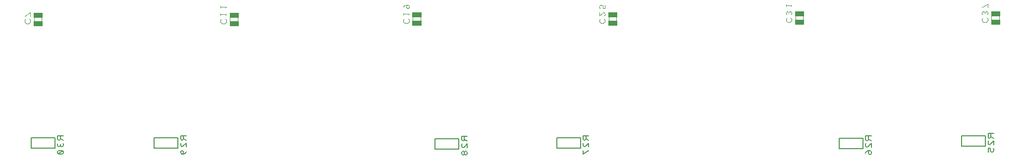
<source format=gbr>
G04 EasyPC Gerber Version 20.0.2 Build 4112 *
G04 #@! TF.Part,Single*
G04 #@! TF.FileFunction,Legend,Bot *
%FSLAX35Y35*%
%MOIN*%
%ADD11C,0.00100*%
%ADD10C,0.00400*%
%ADD13C,0.00500*%
X0Y0D02*
D02*
D10*
X69431Y95501D02*
X69118Y95189D01*
X68806Y94563*
Y93626*
X69118Y93001*
X69431Y92689*
X70056Y92376*
X71306*
X71931Y92689*
X72243Y93001*
X72556Y93626*
Y94563*
X72243Y95189*
X71931Y95501*
X68806Y97376D02*
X72556Y99876D01*
Y97376*
X75112Y93927D02*
Y96829D01*
X80309Y93829D02*
Y96829D01*
X201320Y95501D02*
X201008Y95189D01*
X200695Y94563*
Y93626*
X201008Y93001*
X201320Y92689*
X201945Y92376*
X203195*
X203820Y92689*
X204133Y93001*
X204445Y93626*
Y94563*
X204133Y95189*
X203820Y95501*
X200695Y98001D02*
Y99251D01*
Y98626D02*
X204445D01*
X203820Y98001*
X200695Y103001D02*
Y104251D01*
Y103626D02*
X204445D01*
X203820Y103001*
X207002Y93927D02*
Y96829D01*
X212199Y93829D02*
Y96829D01*
X324254Y95698D02*
X323941Y95385D01*
X323628Y94760*
Y93823*
X323941Y93198*
X324254Y92885*
X324878Y92573*
X326128*
X326754Y92885*
X327066Y93198*
X327378Y93823*
Y94760*
X327066Y95385*
X326754Y95698*
X323628Y98198D02*
Y99448D01*
Y98823D02*
X327378D01*
X326754Y98198*
X323628Y103510D02*
X323941Y104135D01*
X324566Y104760*
X325504Y105073*
X326441*
X327066Y104760*
X327378Y104135*
Y103510*
X327066Y102885*
X326441Y102573*
X325816Y102885*
X325504Y103510*
Y104135*
X325816Y104760*
X326441Y105073*
X329935Y94124D02*
Y97026D01*
X335132Y94026D02*
Y97026D01*
X456143Y95698D02*
X455831Y95385D01*
X455518Y94760*
Y93823*
X455831Y93198*
X456143Y92885*
X456768Y92573*
X458018*
X458643Y92885*
X458956Y93198*
X459268Y93823*
Y94760*
X458956Y95385*
X458643Y95698*
X455518Y100073D02*
Y97573D01*
X457706Y99760*
X458331Y100073*
X458956Y99760*
X459268Y99135*
Y98198*
X458956Y97573*
X455831Y102573D02*
X455518Y103198D01*
Y104135*
X455831Y104760*
X456456Y105073*
X456768*
X457393Y104760*
X457706Y104135*
Y102573*
X459268*
Y105073*
X461825Y94124D02*
Y97026D01*
X467022Y94026D02*
Y97026D01*
X581734Y96387D02*
X581421Y96074D01*
X581109Y95449*
Y94512*
X581421Y93887*
X581734Y93574*
X582359Y93262*
X583609*
X584234Y93574*
X584546Y93887*
X584859Y94512*
Y95449*
X584546Y96074*
X584234Y96387*
X581421Y98574D02*
X581109Y99199D01*
Y99824*
X581421Y100449*
X582046Y100762*
X582671Y100449*
X582984Y99824*
Y99199*
Y99824D02*
X583296Y100449D01*
X583921Y100762*
X584546Y100449*
X584859Y99824*
Y99199*
X584546Y98574*
X581109Y103887D02*
Y105137D01*
Y104512D02*
X584859D01*
X584234Y103887*
X587415Y94813D02*
Y97715D01*
X592612Y94715D02*
Y97715D01*
X713624Y96387D02*
X713311Y96074D01*
X712998Y95449*
Y94512*
X713311Y93887*
X713624Y93574*
X714248Y93262*
X715498*
X716124Y93574*
X716436Y93887*
X716748Y94512*
Y95449*
X716436Y96074*
X716124Y96387*
X713311Y98574D02*
X712998Y99199D01*
Y99824*
X713311Y100449*
X713936Y100762*
X714561Y100449*
X714874Y99824*
Y99199*
Y99824D02*
X715186Y100449D01*
X715811Y100762*
X716436Y100449*
X716748Y99824*
Y99199*
X716436Y98574*
X712998Y103262D02*
X716748Y105762D01*
Y103262*
X719305Y94813D02*
Y97715D01*
X724502Y94715D02*
Y97715D01*
D02*
D11*
X74861Y91029D02*
Y93982D01*
X80570*
Y91029*
X74861*
G36*
Y93982*
X80570*
Y91029*
X74861*
G37*
Y96729D02*
Y99682D01*
X80570*
Y96729*
X74861*
G36*
Y99682*
X80570*
Y96729*
X74861*
G37*
X206750Y91029D02*
Y93982D01*
X212459*
Y91029*
X206750*
G36*
Y93982*
X212459*
Y91029*
X206750*
G37*
Y96729D02*
Y99682D01*
X212459*
Y96729*
X206750*
G36*
Y99682*
X212459*
Y96729*
X206750*
G37*
X329683Y91226D02*
Y94179D01*
X335393*
Y91226*
X329683*
G36*
Y94179*
X335393*
Y91226*
X329683*
G37*
Y96926D02*
Y99879D01*
X335393*
Y96926*
X329683*
G36*
Y99879*
X335393*
Y96926*
X329683*
G37*
X461573Y91226D02*
Y94179D01*
X467282*
Y91226*
X461573*
G36*
Y94179*
X467282*
Y91226*
X461573*
G37*
Y96926D02*
Y99879D01*
X467282*
Y96926*
X461573*
G36*
Y99879*
X467282*
Y96926*
X461573*
G37*
X587164Y91915D02*
Y94868D01*
X592873*
Y91915*
X587164*
G36*
Y94868*
X592873*
Y91915*
X587164*
G37*
Y97615D02*
Y100568D01*
X592873*
Y97615*
X587164*
G36*
Y100568*
X592873*
Y97615*
X587164*
G37*
X719054Y91915D02*
Y94868D01*
X724763*
Y91915*
X719054*
G36*
Y94868*
X724763*
Y91915*
X719054*
G37*
Y97615D02*
Y100568D01*
X724763*
Y97615*
X719054*
G36*
Y100568*
X724763*
Y97615*
X719054*
G37*
D02*
D13*
X73156Y15266D02*
X89156D01*
Y8266*
X73156*
Y15266*
X94718Y16766D02*
X90968D01*
Y14578*
X91280Y13953*
X91906Y13641*
X92530Y13953*
X92843Y14578*
Y16766*
Y14578D02*
X94718Y13641D01*
X94406Y11453D02*
X94718Y10828D01*
Y10203*
X94406Y9578*
X93780Y9266*
X93156Y9578*
X92843Y10203*
Y10828*
Y10203D02*
X92530Y9578D01*
X91906Y9266*
X91280Y9578*
X90968Y10203*
Y10828*
X91280Y11453*
X94406Y6453D02*
X94718Y5828D01*
Y5203*
X94406Y4578*
X93780Y4266*
X91906*
X91280Y4578*
X90968Y5203*
Y5828*
X91280Y6453*
X91906Y6766*
X93780*
X94406Y6453*
X91280Y4578*
X155931Y15266D02*
X171931D01*
Y8266*
X155931*
Y15266*
X177494Y16766D02*
X173744D01*
Y14578*
X174056Y13953*
X174681Y13641*
X175306Y13953*
X175619Y14578*
Y16766*
Y14578D02*
X177494Y13641D01*
Y9266D02*
Y11766D01*
X175306Y9578*
X174681Y9266*
X174056Y9578*
X173744Y10203*
Y11141*
X174056Y11766*
X177494Y5828D02*
X177181Y5203D01*
X176556Y4578*
X175619Y4266*
X174681*
X174056Y4578*
X173744Y5203*
Y5828*
X174056Y6453*
X174681Y6766*
X175306Y6453*
X175619Y5828*
Y5203*
X175306Y4578*
X174681Y4266*
X345006Y14774D02*
X361006D01*
Y7774*
X345006*
Y14774*
X366569Y16274D02*
X362819D01*
Y14086*
X363131Y13461*
X363756Y13148*
X364381Y13461*
X364693Y14086*
Y16274*
Y14086D02*
X366569Y13148D01*
Y8774D02*
Y11274D01*
X364381Y9086*
X363756Y8774*
X363131Y9086*
X362819Y9711*
Y10648*
X363131Y11274*
X364693Y5336D02*
Y4711D01*
X364381Y4086*
X363756Y3774*
X363131Y4086*
X362819Y4711*
Y5336*
X363131Y5961*
X363756Y6274*
X364381Y5961*
X364693Y5336*
X365006Y5961*
X365631Y6274*
X366256Y5961*
X366569Y5336*
Y4711*
X366256Y4086*
X365631Y3774*
X365006Y4086*
X364693Y4711*
X426699Y15266D02*
X442699D01*
Y8266*
X426699*
Y15266*
X448261Y16766D02*
X444511D01*
Y14578*
X444824Y13953*
X445449Y13641*
X446074Y13953*
X446386Y14578*
Y16766*
Y14578D02*
X448261Y13641D01*
Y9266D02*
Y11766D01*
X446074Y9578*
X445449Y9266*
X444824Y9578*
X444511Y10203*
Y11141*
X444824Y11766*
X448261Y6766D02*
X444511Y4266D01*
Y6766*
X616856Y15069D02*
X632856D01*
Y8069*
X616856*
Y15069*
X638419Y16569D02*
X634669D01*
Y14381*
X634981Y13756*
X635606Y13444*
X636231Y13756*
X636544Y14381*
Y16569*
Y14381D02*
X638419Y13444D01*
Y9069D02*
Y11569D01*
X636231Y9381*
X635606Y9069*
X634981Y9381*
X634669Y10006*
Y10944*
X634981Y11569*
X637481Y6569D02*
X636856Y6256D01*
X636544Y5631*
Y5006*
X636856Y4381*
X637481Y4069*
X638106Y4381*
X638419Y5006*
Y5631*
X638106Y6256*
X637481Y6569*
X636544*
X635606Y6256*
X634981Y5631*
X634669Y5006*
X699238Y16644D02*
X715238D01*
Y9644*
X699238*
Y16644*
X720801Y18144D02*
X717051D01*
Y15956*
X717363Y15331*
X717988Y15019*
X718613Y15331*
X718926Y15956*
Y18144*
Y15956D02*
X720801Y15019D01*
Y10644D02*
Y13144D01*
X718613Y10956*
X717988Y10644*
X717363Y10956*
X717051Y11581*
Y12519*
X717363Y13144*
X720488Y8144D02*
X720801Y7519D01*
Y6581*
X720488Y5956*
X719863Y5644*
X719551*
X718926Y5956*
X718613Y6581*
Y8144*
X717051*
Y5644*
X0Y0D02*
M02*

</source>
